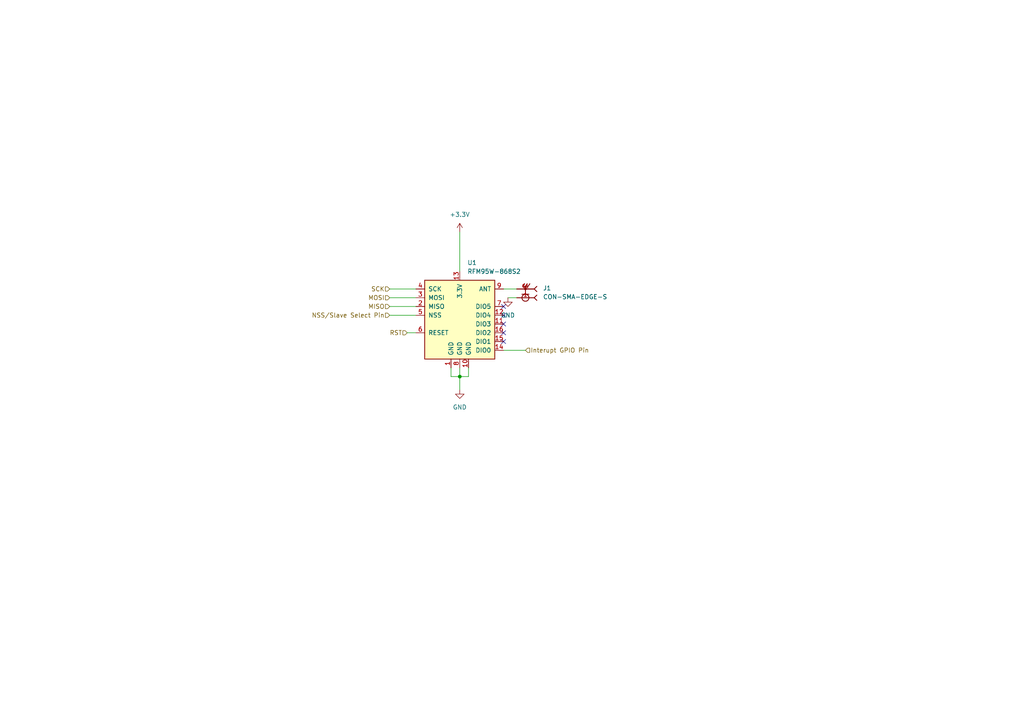
<source format=kicad_sch>
(kicad_sch (version 20250114) (generator "eeschema") (generator_version "9.0")
  (paper "A4")
  (lib_symbols
    (symbol "CON-SMA-EDGE-S:CON-SMA-EDGE-S" (pin_names (offset 1.016))
      (property "Reference" "J" (at -3.81 4.064 0))
      (property "Value" "CON-SMA-EDGE-S" (at -4.064 -4.318 0))
      (symbol "CON-SMA-EDGE-S_0_0"
        (polyline (pts (xy -3.302 3.302) (xy -2.54 2.54)) (stroke (width 0.254)))
        (polyline (pts (xy -3.302 1.778) (xy -2.54 2.54)) (stroke (width 0.254)))
        (polyline (pts (xy -3.302 0.762) (xy -2.54 0)) (stroke (width 0.254)))
        (polyline (pts (xy -3.302 -0.762) (xy -2.54 0)) (stroke (width 0.254)))
        (polyline (pts (xy -2.54 2.54) (xy 2.54 2.54)) (stroke (width 0.254)))
        (polyline (pts (xy -2.54 0) (xy 0 0)) (stroke (width 0.254)))
        (polyline (pts (xy -1.016 1.524) (xy 0 1.524)) (stroke (width 0.254)))
        (polyline (pts (xy -0.762 -0.762) (xy -1.27 -1.524)) (stroke (width 0.254)))
        (circle (center 0 2.54) (radius 1.016) (stroke (width 0.254)))
        (polyline (pts (xy 0 1.524) (xy 0 0)) (stroke (width 0.254)))
        (polyline (pts (xy 0 1.524) (xy 1.016 1.524)) (stroke (width 0.254)))
        (polyline (pts (xy 0 0) (xy -2.286 0)) (stroke (width 0.254)))
        (polyline (pts (xy 0 0) (xy 0 -0.762)) (stroke (width 0.254)))
        (circle (center 0 0) (radius 0.254) (stroke (width 0.254)))
        (polyline (pts (xy 0 -0.762) (xy -0.762 -0.762)) (stroke (width 0.254)))
        (polyline (pts (xy 0 -0.762) (xy -0.508 -1.524)) (stroke (width 0.254)))
        (polyline (pts (xy 0 -0.762) (xy 0.762 -0.762)) (stroke (width 0.254)))
        (polyline (pts (xy 0.762 -0.762) (xy 0.254 -1.524)) (stroke (width 0.254)))
        (polyline (pts (xy 2.54 0) (xy 0 0)) (stroke (width 0.254)))
        (pin passive line (at 2.54 2.54 180) (length 5.08) (name "~") (number "1"))
        (pin passive line (at 2.54 0 180) (length 5.08) (name "~") (number "G1"))
      )
    )
    (symbol "RF_Module:RFM95W-868S2" (pin_names (offset 1.016))
      (property "Reference" "U" (at -10.414 11.684 0))
      (property "Value" "RFM95W-868S2" (at 1.524 11.43 0))
      (symbol "RFM95W-868S2_0_1"
        (rectangle (start -10.16 10.16) (end 10.16 -12.7) (stroke (width 0.254)) (fill (type background)))
      )
      (symbol "RFM95W-868S2_1_1"
        (pin input line (at -12.7 7.62 0) (length 2.54) (name "SCK") (number "4"))
        (pin input line (at -12.7 5.08 0) (length 2.54) (name "MOSI") (number "3"))
        (pin output line (at -12.7 2.54 0) (length 2.54) (name "MISO") (number "2"))
        (pin input line (at -12.7 0 0) (length 2.54) (name "NSS") (number "5"))
        (pin bidirectional line (at -12.7 -5.08 0) (length 2.54) (name "RESET") (number "6"))
        (pin power_in line (at -2.54 -15.24 90) (length 2.54) (name "GND") (number "1"))
        (pin power_in line (at 0 12.7 270) (length 2.54) (name "3.3V") (number "13"))
        (pin power_in line (at 0 -15.24 90) (length 2.54) (name "GND") (number "8"))
        (pin power_in line (at 2.54 -15.24 90) (length 2.54) (name "GND") (number "10"))
        (pin bidirectional line (at 12.7 7.62 180) (length 2.54) (name "ANT") (number "9"))
        (pin bidirectional line (at 12.7 2.54 180) (length 2.54) (name "DIO5") (number "7"))
        (pin bidirectional line (at 12.7 0 180) (length 2.54) (name "DIO4") (number "12"))
        (pin bidirectional line (at 12.7 -2.54 180) (length 2.54) (name "DIO3") (number "11"))
        (pin bidirectional line (at 12.7 -5.08 180) (length 2.54) (name "DIO2") (number "16"))
        (pin bidirectional line (at 12.7 -7.62 180) (length 2.54) (name "DIO1") (number "15"))
        (pin bidirectional line (at 12.7 -10.16 180) (length 2.54) (name "DIO0") (number "14"))
      )
    )
    (symbol "power:+3.3V" (power) (pin_numbers (hide yes)) (pin_names (offset 0) (hide yes))
      (property "Value" "+3.3V" (at 0 3.556 0))
      (symbol "+3.3V_0_1"
        (polyline (pts (xy -0.762 1.27) (xy 0 2.54)))
        (polyline (pts (xy 0 2.54) (xy 0.762 1.27)))
        (polyline (pts (xy 0 0) (xy 0 2.54)))
      )
      (symbol "+3.3V_1_1"
        (pin power_in line (at 0 0 90) (length 0) (name "~") (number "1"))
      )
    )
    (symbol "power:GND" (power) (pin_numbers (hide yes)) (pin_names (offset 0) (hide yes))
      (property "Value" "GND" (at 0 -3.81 0))
      (symbol "GND_0_1"
        (polyline (pts (xy 0 0) (xy 0 -1.27) (xy 1.27 -1.27) (xy 0 -2.54) (xy -1.27 -1.27) (xy 0 -1.27)))
      )
      (symbol "GND_1_1"
        (pin power_in line (at 0 0 270) (length 0) (name "~") (number "1"))
      )
    )
  )
  (junction (at 133.35 109.22))
  (no_connect (at 146.05 91.44))
  (no_connect (at 146.05 99.06))
  (no_connect (at 146.05 96.52))
  (no_connect (at 146.05 93.98))
  (no_connect (at 146.05 88.9))
  (wire (pts (xy 133.35 67.31) (xy 133.35 78.74)))
  (wire (pts (xy 133.35 109.22) (xy 135.89 109.22)))
  (wire (pts (xy 118.11 96.52) (xy 120.65 96.52)))
  (wire (pts (xy 113.03 91.44) (xy 120.65 91.44)))
  (wire (pts (xy 146.05 83.82) (xy 149.86 83.82)))
  (wire (pts (xy 133.35 109.22) (xy 133.35 113.03)))
  (wire (pts (xy 113.03 86.36) (xy 120.65 86.36)))
  (wire (pts (xy 113.03 83.82) (xy 120.65 83.82)))
  (wire (pts (xy 130.81 109.22) (xy 133.35 109.22)))
  (wire (pts (xy 133.35 109.22) (xy 133.35 106.68)))
  (wire (pts (xy 152.4 101.6) (xy 146.05 101.6)))
  (wire (pts (xy 147.32 86.36) (xy 149.86 86.36)))
  (wire (pts (xy 130.81 106.68) (xy 130.81 109.22)))
  (wire (pts (xy 113.03 88.9) (xy 120.65 88.9)))
  (wire (pts (xy 135.89 106.68) (xy 135.89 109.22)))
  (hierarchical_label "SCK" (shape input) (at 113.03 83.82 180))
  (hierarchical_label "NSS{slash}Slave Select Pin" (shape input) (at 113.03 91.44 180))
  (hierarchical_label "MOSI" (shape input) (at 113.03 86.36 180))
  (hierarchical_label "RST" (shape input) (at 118.11 96.52 180))
  (hierarchical_label "Interupt GPIO Pin" (shape input) (at 152.4 101.6 0))
  (hierarchical_label "MISO" (shape input) (at 113.03 88.9 180))
  (symbol (lib_id "power:GND") (at 147.32 86.36 0) (unit 1)
    (property "Reference" "#PWR02" (effects (hide yes)))
    (property "Value" "GND" (at 147.32 91.44 0))
    (property "Description" "Power symbol creates a global label with name \"GND\" , ground" (effects (hide yes)))
  )
  (symbol (lib_id "RF_Module:RFM95W-868S2") (at 133.35 91.44 0) (unit 1)
    (property "Reference" "U1" (at 135.5441 76.2 0) (effects (justify left)))
    (property "Value" "RFM95W-868S2" (at 135.5441 78.74 0) (effects (justify left)))
    (property "Datasheet" "https://www.hoperf.com/data/upload/portal/20181127/5bfcbea20e9ef.pdf" (effects (hide yes)))
    (property "Description" "Low power long range transceiver module, SPI and parallel interface, 868 MHz, spreading factor 6 to12, bandwidth 7.8 to 500kHz, -111 to -148 dBm, SMD-16, DIP-16" (effects (hide yes)))
  )
  (symbol (lib_id "power:+3.3V") (at 133.35 67.31 0) (unit 1)
    (property "Reference" "#PWR01" (effects (hide yes)))
    (property "Value" "+3.3V" (at 133.35 62.23 0))
    (property "Description" "Power symbol creates a global label with name \"+3.3V\"" (effects (hide yes)))
  )
  (symbol (lib_id "power:GND") (at 133.35 113.03 0) (unit 1)
    (property "Reference" "#PWR03" (effects (hide yes)))
    (property "Value" "GND" (at 133.35 118.11 0))
    (property "Description" "Power symbol creates a global label with name \"GND\" , ground" (effects (hide yes)))
  )
  (symbol (lib_id "CON-SMA-EDGE-S:CON-SMA-EDGE-S") (at 152.4 83.82 180) (unit 1)
    (property "Reference" "J1" (at 157.48 83.5659 0) (effects (justify right)))
    (property "Value" "CON-SMA-EDGE-S" (at 157.48 86.1059 0) (effects (justify right)))
    (property "Footprint" "CON-SMA-EDGE-S:RFSOLUTIONS_CON-SMA-EDGE-S" (effects (hide yes)))
    (property "PARTREV" "1" (effects (hide yes)))
    (property "STANDARD" "Manufacturer Recommendations" (effects (hide yes)))
    (property "MAXIMUM_PACKAGE_HEIGHT" "6.35mm" (effects (hide yes)))
    (property "MANUFACTURER" "RF Solutions" (effects (hide yes)))
  )
)
</source>
